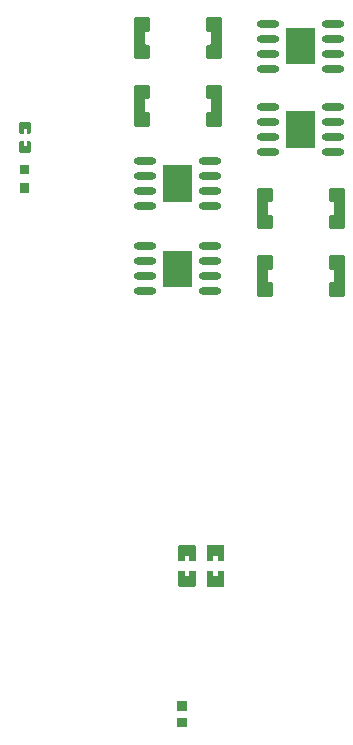
<source format=gtp>
G04 Layer: TopPasteMaskLayer*
G04 EasyEDA Pro v1.6.32, 2023-12-29 17:47:12*
G04 Gerber Generator version 0.3*
G04 Scale: 100 percent, Rotated: No, Reflected: No*
G04 Dimensions in millimeters*
G04 Leading zeros omitted, absolute positions, 4 integers and 2 decimals*
%FSLAX42Y42*%
%MOMM*%
%ADD10C,0.00508*%
%ADD11O,1.940992X0.602005*%
G75*


G04 PolygonModel Start*
G36*
G01X-700Y2595D02*
G01X-700Y2501D01*
G01X-710Y2491D01*
G01X-733D01*
G01X-743Y2481D01*
G01Y2383D01*
G01X-733Y2373D01*
G01X-710D01*
G01X-700Y2363D01*
G01Y2269D01*
G01X-710Y2259D01*
G01X-818D01*
G01X-828Y2269D01*
G01Y2595D01*
G01X-818Y2605D01*
G01X-710D01*
G01X-700Y2595D01*
G37*
G54D10*
G01X-700Y2595D02*
G01X-700Y2501D01*
G01X-710Y2491D01*
G01X-733D01*
G01X-743Y2481D01*
G01Y2383D01*
G01X-733Y2373D01*
G01X-710D01*
G01X-700Y2363D01*
G01Y2269D01*
G01X-710Y2259D01*
G01X-818D01*
G01X-828Y2269D01*
G01Y2595D01*
G01X-818Y2605D01*
G01X-710D01*
G01X-700Y2595D01*
G36*
G01X-215Y2595D02*
G01X-215Y2501D01*
G01X-205Y2491D01*
G01X-181D01*
G01X-171Y2481D01*
G01Y2383D01*
G01X-181Y2373D01*
G01X-205D01*
G01X-215Y2363D01*
G01Y2269D01*
G01X-205Y2259D01*
G01X-96D01*
G01X-86Y2269D01*
G01Y2595D01*
G01X-96Y2605D01*
G01X-205D01*
G01X-215Y2595D01*
G37*
G01X-215Y2595D02*
G01X-215Y2501D01*
G01X-205Y2491D01*
G01X-181D01*
G01X-171Y2481D01*
G01Y2383D01*
G01X-181Y2373D01*
G01X-205D01*
G01X-215Y2363D01*
G01Y2269D01*
G01X-205Y2259D01*
G01X-96D01*
G01X-86Y2269D01*
G01Y2595D01*
G01X-96Y2605D01*
G01X-205D01*
G01X-215Y2595D01*
G36*
G01X-700Y3166D02*
G01X-700Y3072D01*
G01X-710Y3062D01*
G01X-733D01*
G01X-743Y3052D01*
G01Y2955D01*
G01X-733Y2945D01*
G01X-710D01*
G01X-700Y2935D01*
G01Y2841D01*
G01X-710Y2831D01*
G01X-818D01*
G01X-828Y2841D01*
G01Y3166D01*
G01X-818Y3176D01*
G01X-710D01*
G01X-700Y3166D01*
G37*
G01X-700Y3166D02*
G01X-700Y3072D01*
G01X-710Y3062D01*
G01X-733D01*
G01X-743Y3052D01*
G01Y2955D01*
G01X-733Y2945D01*
G01X-710D01*
G01X-700Y2935D01*
G01Y2841D01*
G01X-710Y2831D01*
G01X-818D01*
G01X-828Y2841D01*
G01Y3166D01*
G01X-818Y3176D01*
G01X-710D01*
G01X-700Y3166D01*
G36*
G01X-215Y3166D02*
G01X-215Y3072D01*
G01X-205Y3062D01*
G01X-181D01*
G01X-171Y3052D01*
G01Y2955D01*
G01X-181Y2945D01*
G01X-205D01*
G01X-215Y2935D01*
G01Y2841D01*
G01X-205Y2831D01*
G01X-96D01*
G01X-86Y2841D01*
G01Y3166D01*
G01X-96Y3176D01*
G01X-205D01*
G01X-215Y3166D01*
G37*
G01X-215Y3166D02*
G01X-215Y3072D01*
G01X-205Y3062D01*
G01X-181D01*
G01X-171Y3052D01*
G01Y2955D01*
G01X-181Y2945D01*
G01X-205D01*
G01X-215Y2935D01*
G01Y2841D01*
G01X-205Y2831D01*
G01X-96D01*
G01X-86Y2841D01*
G01Y3166D01*
G01X-96Y3176D01*
G01X-205D01*
G01X-215Y3166D01*
G36*
G01X827Y1399D02*
G01X827Y1493D01*
G01X837Y1503D01*
G01X860D01*
G01X870Y1513D01*
G01Y1611D01*
G01X860Y1621D01*
G01X837D01*
G01X827Y1631D01*
G01Y1725D01*
G01X837Y1735D01*
G01X945D01*
G01X955Y1725D01*
G01Y1399D01*
G01X945Y1389D01*
G01X837D01*
G01X827Y1399D01*
G37*
G01X827Y1399D02*
G01X827Y1493D01*
G01X837Y1503D01*
G01X860D01*
G01X870Y1513D01*
G01Y1611D01*
G01X860Y1621D01*
G01X837D01*
G01X827Y1631D01*
G01Y1725D01*
G01X837Y1735D01*
G01X945D01*
G01X955Y1725D01*
G01Y1399D01*
G01X945Y1389D01*
G01X837D01*
G01X827Y1399D01*
G36*
G01X342Y1399D02*
G01X342Y1493D01*
G01X332Y1503D01*
G01X308D01*
G01X298Y1513D01*
G01Y1611D01*
G01X308Y1621D01*
G01X332D01*
G01X342Y1631D01*
G01Y1725D01*
G01X332Y1735D01*
G01X223D01*
G01X213Y1725D01*
G01Y1399D01*
G01X223Y1389D01*
G01X332D01*
G01X342Y1399D01*
G37*
G01X342Y1399D02*
G01X342Y1493D01*
G01X332Y1503D01*
G01X308D01*
G01X298Y1513D01*
G01Y1611D01*
G01X308Y1621D01*
G01X332D01*
G01X342Y1631D01*
G01Y1725D01*
G01X332Y1735D01*
G01X223D01*
G01X213Y1725D01*
G01Y1399D01*
G01X223Y1389D01*
G01X332D01*
G01X342Y1399D01*
G36*
G01X827Y828D02*
G01X827Y922D01*
G01X837Y932D01*
G01X860D01*
G01X870Y942D01*
G01Y1039D01*
G01X860Y1049D01*
G01X837D01*
G01X827Y1059D01*
G01Y1153D01*
G01X837Y1163D01*
G01X945D01*
G01X955Y1153D01*
G01Y828D01*
G01X945Y818D01*
G01X837D01*
G01X827Y828D01*
G37*
G01X827Y828D02*
G01X827Y922D01*
G01X837Y932D01*
G01X860D01*
G01X870Y942D01*
G01Y1039D01*
G01X860Y1049D01*
G01X837D01*
G01X827Y1059D01*
G01Y1153D01*
G01X837Y1163D01*
G01X945D01*
G01X955Y1153D01*
G01Y828D01*
G01X945Y818D01*
G01X837D01*
G01X827Y828D01*
G36*
G01X342Y828D02*
G01X342Y922D01*
G01X332Y932D01*
G01X308D01*
G01X298Y942D01*
G01Y1039D01*
G01X308Y1049D01*
G01X332D01*
G01X342Y1059D01*
G01Y1153D01*
G01X332Y1163D01*
G01X223D01*
G01X213Y1153D01*
G01Y828D01*
G01X223Y818D01*
G01X332D01*
G01X342Y828D01*
G37*
G01X342Y828D02*
G01X342Y922D01*
G01X332Y932D01*
G01X308D01*
G01X298Y942D01*
G01Y1039D01*
G01X308Y1049D01*
G01X332D01*
G01X342Y1059D01*
G01Y1153D01*
G01X332Y1163D01*
G01X223D01*
G01X213Y1153D01*
G01Y828D01*
G01X223Y818D01*
G01X332D01*
G01X342Y828D01*
G36*
G01X-1707Y2043D02*
G01X-1707Y2123D01*
G01X-1712Y2128D01*
G01X-1735D01*
G01Y2091D01*
G01X-1768D01*
G01Y2128D01*
G01X-1792D01*
G01X-1797Y2123D01*
G01Y2043D01*
G01X-1792Y2038D01*
G01X-1712D01*
G01X-1707Y2043D01*
G37*
G01X-1707Y2043D02*
G01X-1707Y2123D01*
G01X-1712Y2128D01*
G01X-1735D01*
G01Y2091D01*
G01X-1768D01*
G01Y2128D01*
G01X-1792D01*
G01X-1797Y2123D01*
G01Y2043D01*
G01X-1792Y2038D01*
G01X-1712D01*
G01X-1707Y2043D01*
G36*
G01X-1712Y2198D02*
G01X-1735Y2198D01*
G01Y2236D01*
G01X-1768D01*
G01Y2198D01*
G01X-1792D01*
G01X-1797Y2203D01*
G01Y2282D01*
G01X-1792Y2287D01*
G01X-1712D01*
G01X-1707Y2282D01*
G01Y2203D01*
G01X-1712Y2198D01*
G37*
G01X-1712Y2198D02*
G01X-1735Y2198D01*
G01Y2236D01*
G01X-1768D01*
G01Y2198D01*
G01X-1792D01*
G01X-1797Y2203D01*
G01Y2282D01*
G01X-1792Y2287D01*
G01X-1712D01*
G01X-1707Y2282D01*
G01Y2203D01*
G01X-1712Y2198D01*
G36*
G01X-445Y-1295D02*
G01X-317Y-1295D01*
G01X-312Y-1300D01*
G01Y-1415D01*
G01X-317Y-1420D01*
G01X-358Y-1421D01*
G01Y-1376D01*
G01X-403D01*
G01Y-1420D01*
G01X-445D01*
G01X-450Y-1415D01*
G01Y-1300D01*
G01X-445Y-1295D01*
G37*
G01X-445Y-1295D02*
G01X-317Y-1295D01*
G01X-312Y-1300D01*
G01Y-1415D01*
G01X-317Y-1420D01*
G01X-358Y-1421D01*
G01Y-1376D01*
G01X-403D01*
G01Y-1420D01*
G01X-445D01*
G01X-450Y-1415D01*
G01Y-1300D01*
G01X-445Y-1295D01*
G36*
G01X-445Y-1510D02*
G01X-403Y-1510D01*
G01Y-1555D01*
G01X-358D01*
G01Y-1511D01*
G01X-317Y-1510D01*
G01X-312Y-1515D01*
G01Y-1630D01*
G01X-317Y-1635D01*
G01X-445D01*
G01X-450Y-1630D01*
G01Y-1515D01*
G01X-445Y-1510D01*
G37*
G01X-445Y-1510D02*
G01X-403Y-1510D01*
G01Y-1555D01*
G01X-358D01*
G01Y-1511D01*
G01X-317Y-1510D01*
G01X-312Y-1515D01*
G01Y-1630D01*
G01X-317Y-1635D01*
G01X-445D01*
G01X-450Y-1630D01*
G01Y-1515D01*
G01X-445Y-1510D01*
G36*
G01X-204Y-1295D02*
G01X-76Y-1295D01*
G01X-71Y-1300D01*
G01Y-1415D01*
G01X-76Y-1420D01*
G01X-117Y-1421D01*
G01Y-1376D01*
G01X-162D01*
G01Y-1420D01*
G01X-204D01*
G01X-209Y-1415D01*
G01Y-1300D01*
G01X-204Y-1295D01*
G37*
G01X-204Y-1295D02*
G01X-76Y-1295D01*
G01X-71Y-1300D01*
G01Y-1415D01*
G01X-76Y-1420D01*
G01X-117Y-1421D01*
G01Y-1376D01*
G01X-162D01*
G01Y-1420D01*
G01X-204D01*
G01X-209Y-1415D01*
G01Y-1300D01*
G01X-204Y-1295D01*
G36*
G01X-204Y-1510D02*
G01X-162Y-1510D01*
G01Y-1555D01*
G01X-117D01*
G01Y-1511D01*
G01X-76Y-1510D01*
G01X-71Y-1515D01*
G01Y-1630D01*
G01X-76Y-1635D01*
G01X-204D01*
G01X-209Y-1630D01*
G01Y-1515D01*
G01X-204Y-1510D01*
G37*
G01X-204Y-1510D02*
G01X-162Y-1510D01*
G01Y-1555D01*
G01X-117D01*
G01Y-1511D01*
G01X-76Y-1510D01*
G01X-71Y-1515D01*
G01Y-1630D01*
G01X-76Y-1635D01*
G01X-204D01*
G01X-209Y-1630D01*
G01Y-1515D01*
G01X-204Y-1510D01*
G04 PolygonModel End*

G04 Pad Start*
G36*
G01X-464Y-2694D02*
G01X-374Y-2694D01*
G01Y-2614D01*
G01X-464D01*
G01Y-2694D01*
G37*
G36*
G01X-464Y-2834D02*
G01X-374Y-2834D01*
G01Y-2754D01*
G01X-464D01*
G01Y-2834D01*
G37*
G54D11*
G01X856Y2035D03*
G01X856Y2162D03*
G01X856Y2289D03*
G01X856Y2416D03*
G01X312Y2035D03*
G01X312Y2162D03*
G01X312Y2289D03*
G01X312Y2416D03*
G36*
G01X464Y2071D02*
G01X705Y2071D01*
G01Y2381D01*
G01X464D01*
G01Y2071D01*
G37*
G01X856Y2743D03*
G01X856Y2870D03*
G01X856Y2997D03*
G01X856Y3124D03*
G01X312Y2743D03*
G01X312Y2870D03*
G01X312Y2997D03*
G01X312Y3124D03*
G36*
G01X464Y2779D02*
G01X705Y2779D01*
G01Y3089D01*
G01X464D01*
G01Y2779D01*
G37*
G01X-729Y1959D03*
G01X-729Y1832D03*
G01X-729Y1705D03*
G01X-729Y1578D03*
G01X-185Y1959D03*
G01X-185Y1832D03*
G01X-185Y1705D03*
G01X-185Y1578D03*
G36*
G01X-337Y1923D02*
G01X-578Y1923D01*
G01Y1613D01*
G01X-337D01*
G01Y1923D01*
G37*
G01X-729Y1238D03*
G01X-729Y1111D03*
G01X-729Y984D03*
G01X-729Y857D03*
G01X-185Y1238D03*
G01X-185Y1111D03*
G01X-185Y984D03*
G01X-185Y857D03*
G36*
G01X-337Y1202D02*
G01X-578Y1202D01*
G01Y893D01*
G01X-337D01*
G01Y1202D01*
G37*
G36*
G01X-1712Y1690D02*
G01X-1712Y1770D01*
G01X-1792D01*
G01Y1690D01*
G01X-1712D01*
G37*
G36*
G01X-1712Y1850D02*
G01X-1712Y1930D01*
G01X-1792D01*
G01Y1850D01*
G01X-1712D01*
G37*
G04 Pad End*

M02*

</source>
